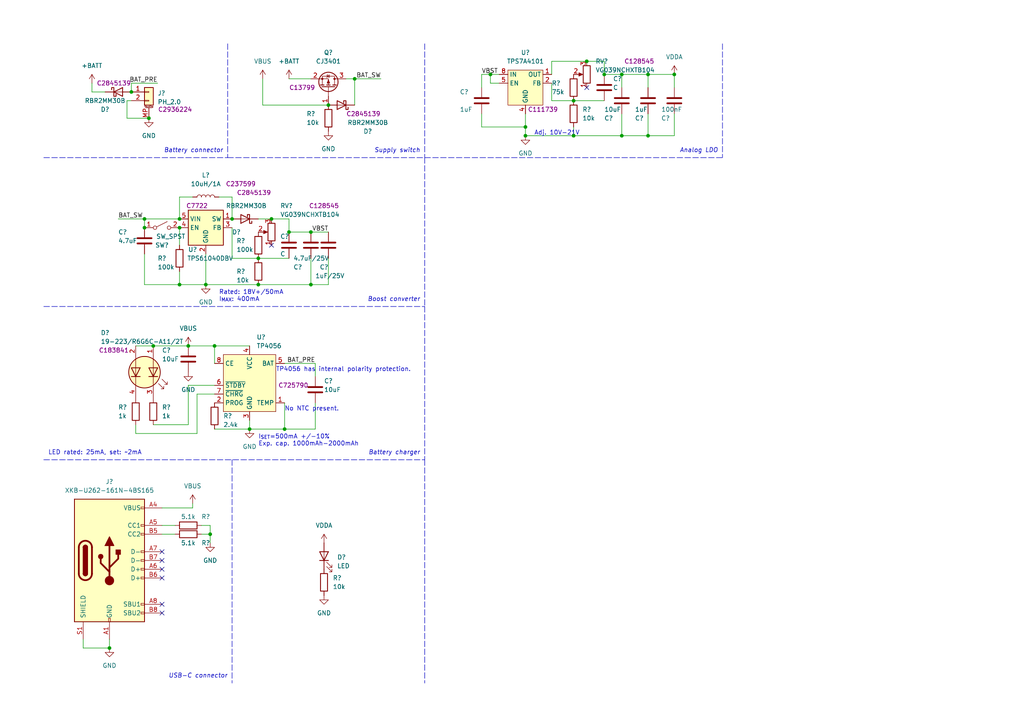
<source format=kicad_sch>
(kicad_sch (version 20211123) (generator eeschema)
  (paper "A4")
  (title_block (title "Power Supply") (rev "A0") (company "imi415"))
  (lib_symbols
    (symbol "Battery_Management_Local:TP4056"
      (property "Reference" "U" (at 0 0 0))
      (property "Value" "TP4056" (at 25.4 11.43 0))
      (symbol "TP4056_0_0"
        (pin input line (at 10.16 -5.08 180) (length 2.54) (name "TEMP") (number "1"))
        (pin input line (at -10.16 -5.08 0) (length 2.54) (name "PROG") (number "2"))
        (pin power_in line (at 0 -10.16 90) (length 2.54) (name "GND") (number "3"))
        (pin power_in line (at 0 11.43 270) (length 2.54) (name "VCC") (number "4"))
        (pin power_out line (at 10.16 6.35 180) (length 2.54) (name "BAT") (number "5"))
        (pin open_collector line (at -10.16 0 0) (length 2.54) (name "~{STDBY}") (number "6"))
        (pin open_collector line (at -10.16 -2.54 0) (length 2.54) (name "~{CHRG}") (number "7"))
        (pin input line (at -10.16 6.35 0) (length 2.54) (name "CE") (number "8"))
      )
      (symbol "TP4056_0_1"
        (rectangle (start -7.62 8.89) (end 7.62 -7.62) (fill (type background)))
      )
      (symbol "TP4056_1_1"
        (pin passive line (at 10.16 0 180) (length 2.54) hide (name "EP") (number "9"))
      )
    )
    (symbol "Connector:USB_C_Receptacle_USB2.0" (pin_names (offset 1.016))
      (property "Reference" "J" (at -10.16 19.05 0))
      (property "Value" "USB_C_Receptacle_USB2.0" (at 19.05 19.05 0))
      (symbol "USB_C_Receptacle_USB2.0_0_0"
        (rectangle (start -0.254 -17.78) (end 0.254 -16.764))
        (rectangle (start 10.16 -14.986) (end 9.144 -15.494))
        (rectangle (start 10.16 -12.446) (end 9.144 -12.954))
        (rectangle (start 10.16 -4.826) (end 9.144 -5.334))
        (rectangle (start 10.16 -2.286) (end 9.144 -2.794))
        (rectangle (start 10.16 0.254) (end 9.144 -0.254))
        (rectangle (start 10.16 2.794) (end 9.144 2.286))
        (rectangle (start 10.16 7.874) (end 9.144 7.366))
        (rectangle (start 10.16 10.414) (end 9.144 9.906))
        (rectangle (start 10.16 15.494) (end 9.144 14.986))
      )
      (symbol "USB_C_Receptacle_USB2.0_0_1"
        (rectangle (start -10.16 17.78) (end 10.16 -17.78) (stroke (width 0.254)) (fill (type background)))
        (arc (start -8.89 -3.81) (mid -6.985 -5.715) (end -5.08 -3.81) (stroke (width 0.508)))
        (arc (start -7.62 -3.81) (mid -6.985 -4.445) (end -6.35 -3.81) (stroke (width 0.254)))
        (arc (start -7.62 -3.81) (mid -6.985 -4.445) (end -6.35 -3.81) (stroke (width 0.254)) (fill (type outline)))
        (rectangle (start -7.62 -3.81) (end -6.35 3.81) (stroke (width 0.254)) (fill (type outline)))
        (arc (start -6.35 3.81) (mid -6.985 4.445) (end -7.62 3.81) (stroke (width 0.254)))
        (arc (start -6.35 3.81) (mid -6.985 4.445) (end -7.62 3.81) (stroke (width 0.254)) (fill (type outline)))
        (arc (start -5.08 3.81) (mid -6.985 5.715) (end -8.89 3.81) (stroke (width 0.508)))
        (circle (center -2.54 1.143) (radius 0.635) (stroke (width 0.254)) (fill (type outline)))
        (circle (center 0 -5.842) (radius 1.27) (fill (type outline)))
        (polyline (pts (xy -8.89 -3.81) (xy -8.89 3.81)) (stroke (width 0.508)))
        (polyline (pts (xy -5.08 3.81) (xy -5.08 -3.81)) (stroke (width 0.508)))
        (polyline (pts (xy 0 -5.842) (xy 0 4.318)) (stroke (width 0.508)))
        (polyline (pts (xy 0 -3.302) (xy -2.54 -0.762) (xy -2.54 0.508)) (stroke (width 0.508)))
        (polyline (pts (xy 0 -2.032) (xy 2.54 0.508) (xy 2.54 1.778)) (stroke (width 0.508)))
        (polyline (pts (xy -1.27 4.318) (xy 0 6.858) (xy 1.27 4.318) (xy -1.27 4.318)) (stroke (width 0.254)) (fill (type outline)))
        (rectangle (start 1.905 1.778) (end 3.175 3.048) (stroke (width 0.254)) (fill (type outline)))
      )
      (symbol "USB_C_Receptacle_USB2.0_1_1"
        (pin passive line (at 0 -22.86 90) (length 5.08) (name "GND") (number "A1"))
        (pin passive line (at 0 -22.86 90) (length 5.08) hide (name "GND") (number "A12"))
        (pin passive line (at 15.24 15.24 180) (length 5.08) (name "VBUS") (number "A4"))
        (pin bidirectional line (at 15.24 10.16 180) (length 5.08) (name "CC1") (number "A5"))
        (pin bidirectional line (at 15.24 -2.54 180) (length 5.08) (name "D+") (number "A6"))
        (pin bidirectional line (at 15.24 2.54 180) (length 5.08) (name "D-") (number "A7"))
        (pin bidirectional line (at 15.24 -12.7 180) (length 5.08) (name "SBU1") (number "A8"))
        (pin passive line (at 15.24 15.24 180) (length 5.08) hide (name "VBUS") (number "A9"))
        (pin passive line (at 0 -22.86 90) (length 5.08) hide (name "GND") (number "B1"))
        (pin passive line (at 0 -22.86 90) (length 5.08) hide (name "GND") (number "B12"))
        (pin passive line (at 15.24 15.24 180) (length 5.08) hide (name "VBUS") (number "B4"))
        (pin bidirectional line (at 15.24 7.62 180) (length 5.08) (name "CC2") (number "B5"))
        (pin bidirectional line (at 15.24 -5.08 180) (length 5.08) (name "D+") (number "B6"))
        (pin bidirectional line (at 15.24 0 180) (length 5.08) (name "D-") (number "B7"))
        (pin bidirectional line (at 15.24 -15.24 180) (length 5.08) (name "SBU2") (number "B8"))
        (pin passive line (at 15.24 15.24 180) (length 5.08) hide (name "VBUS") (number "B9"))
        (pin passive line (at -7.62 -22.86 90) (length 5.08) (name "SHIELD") (number "S1"))
      )
    )
    (symbol "Connector_Generic_MountingPin:Conn_01x02_MountingPin" (pin_names (offset 1.016) hide)
      (property "Reference" "J" (at 0 2.54 0))
      (property "Value" "Conn_01x02_MountingPin" (at 1.27 -5.08 0))
      (symbol "Conn_01x02_MountingPin_1_1"
        (rectangle (start -1.27 -2.413) (end 0 -2.667) (stroke (width 0.1524)))
        (rectangle (start -1.27 0.127) (end 0 -0.127) (stroke (width 0.1524)))
        (rectangle (start -1.27 1.27) (end 1.27 -3.81) (stroke (width 0.254)) (fill (type background)))
        (polyline (pts (xy -1.016 -4.572) (xy 1.016 -4.572)) (stroke (width 0.1524)))
        (text "Mounting" (at 0 -4.191 0) (effects (font (size 0.381 0.381))))
        (pin passive line (at -5.08 0 0) (length 3.81) (name "Pin_1") (number "1"))
        (pin passive line (at -5.08 -2.54 0) (length 3.81) (name "Pin_2") (number "2"))
        (pin passive line (at 0 -7.62 90) (length 3.048) (name "MountPin") (number "MP"))
      )
    )
    (symbol "Device:C" (pin_numbers hide) (pin_names (offset 0.254))
      (property "Reference" "C" (at 0.635 2.54 0))
      (property "Value" "C" (at 0.635 -2.54 0))
      (symbol "C_0_1"
        (polyline (pts (xy -2.032 -0.762) (xy 2.032 -0.762)) (stroke (width 0.508)))
        (polyline (pts (xy -2.032 0.762) (xy 2.032 0.762)) (stroke (width 0.508)))
      )
      (symbol "C_1_1"
        (pin passive line (at 0 3.81 270) (length 2.794) (name "~") (number "1"))
        (pin passive line (at 0 -3.81 90) (length 2.794) (name "~") (number "2"))
      )
    )
    (symbol "Device:D_Schottky" (pin_numbers hide) (pin_names (offset 1.016) hide)
      (property "Reference" "D" (at 0 2.54 0))
      (property "Value" "D_Schottky" (at 0 -2.54 0))
      (symbol "D_Schottky_0_1"
        (polyline (pts (xy 1.27 0) (xy -1.27 0)))
        (polyline (pts (xy 1.27 1.27) (xy 1.27 -1.27) (xy -1.27 0) (xy 1.27 1.27)) (stroke (width 0.254)))
        (polyline (pts (xy -1.905 0.635) (xy -1.905 1.27) (xy -1.27 1.27) (xy -1.27 -1.27) (xy -0.635 -1.27) (xy -0.635 -0.635)) (stroke (width 0.254)))
      )
      (symbol "D_Schottky_1_1"
        (pin passive line (at -3.81 0 0) (length 2.54) (name "K") (number "1"))
        (pin passive line (at 3.81 0 180) (length 2.54) (name "A") (number "2"))
      )
    )
    (symbol "Device:L" (pin_numbers hide) (pin_names (offset 1.016) hide)
      (property "Reference" "L" (at -1.27 0 90))
      (property "Value" "L" (at 1.905 0 90))
      (symbol "L_0_1"
        (arc (start 0 -2.54) (mid 0.635 -1.905) (end 0 -1.27))
        (arc (start 0 -1.27) (mid 0.635 -0.635) (end 0 0))
        (arc (start 0 0) (mid 0.635 0.635) (end 0 1.27))
        (arc (start 0 1.27) (mid 0.635 1.905) (end 0 2.54))
      )
      (symbol "L_1_1"
        (pin passive line (at 0 3.81 270) (length 1.27) (name "1") (number "1"))
        (pin passive line (at 0 -3.81 90) (length 1.27) (name "2") (number "2"))
      )
    )
    (symbol "Device:LED" (pin_numbers hide) (pin_names (offset 1.016) hide)
      (property "Reference" "D" (at 0 2.54 0))
      (property "Value" "LED" (at 0 -2.54 0))
      (symbol "LED_0_1"
        (polyline (pts (xy -1.27 -1.27) (xy -1.27 1.27)) (stroke (width 0.254)))
        (polyline (pts (xy -1.27 0) (xy 1.27 0)))
        (polyline (pts (xy 1.27 -1.27) (xy 1.27 1.27) (xy -1.27 0) (xy 1.27 -1.27)) (stroke (width 0.254)))
        (polyline (pts (xy -3.048 -0.762) (xy -4.572 -2.286) (xy -3.81 -2.286) (xy -4.572 -2.286) (xy -4.572 -1.524)))
        (polyline (pts (xy -1.778 -0.762) (xy -3.302 -2.286) (xy -2.54 -2.286) (xy -3.302 -2.286) (xy -3.302 -1.524)))
      )
      (symbol "LED_1_1"
        (pin passive line (at -3.81 0 0) (length 2.54) (name "K") (number "1"))
        (pin passive line (at 3.81 0 180) (length 2.54) (name "A") (number "2"))
      )
    )
    (symbol "Device:LED_Dual_AAKK" (pin_names (offset 0) hide)
      (property "Reference" "D" (at 0 5.715 0))
      (property "Value" "LED_Dual_AAKK" (at 0 -6.35 0))
      (symbol "LED_Dual_AAKK_0_1"
        (polyline (pts (xy -5.08 -2.54) (xy 2.032 -2.54)))
        (polyline (pts (xy -5.08 2.54) (xy 2.032 2.54)))
        (polyline (pts (xy 1.27 -1.27) (xy 1.27 -3.81)) (stroke (width 0.254)))
        (polyline (pts (xy 1.27 3.81) (xy 1.27 1.27)) (stroke (width 0.254)))
        (polyline (pts (xy 3.81 -2.54) (xy 1.905 -2.54)))
        (polyline (pts (xy 3.81 2.54) (xy 1.905 2.54)))
        (polyline (pts (xy -1.27 -1.27) (xy -1.27 -3.81) (xy 1.27 -2.54) (xy -1.27 -1.27)) (stroke (width 0.254)))
        (polyline (pts (xy -1.27 3.81) (xy -1.27 1.27) (xy 1.27 2.54) (xy -1.27 3.81)) (stroke (width 0.254)))
        (polyline (pts (xy 2.032 5.08) (xy 3.556 6.604) (xy 2.794 6.604) (xy 3.556 6.604) (xy 3.556 5.842)))
        (polyline (pts (xy 3.302 4.064) (xy 4.826 5.588) (xy 4.064 5.588) (xy 4.826 5.588) (xy 4.826 4.826)))
        (circle (center 0 0) (radius 4.572) (stroke (width 0.254)) (fill (type background)))
      )
      (symbol "LED_Dual_AAKK_1_1"
        (pin input line (at -7.62 2.54 0) (length 3.048) (name "A1") (number "1"))
        (pin input line (at -7.62 -2.54 0) (length 3.048) (name "A2") (number "2"))
        (pin input line (at 7.62 2.54 180) (length 3.81) (name "K1") (number "3"))
        (pin input line (at 7.62 -2.54 180) (length 3.81) (name "K2") (number "4"))
      )
    )
    (symbol "Device:Q_PMOS_GSD" (pin_names (offset 0) hide)
      (property "Reference" "Q" (at 5.08 1.27 0))
      (property "Value" "Q_PMOS_GSD" (at 5.08 -1.27 0))
      (symbol "Q_PMOS_GSD_0_1"
        (polyline (pts (xy 0.254 0) (xy -2.54 0)))
        (polyline (pts (xy 0.254 1.905) (xy 0.254 -1.905)) (stroke (width 0.254)))
        (polyline (pts (xy 0.762 -1.27) (xy 0.762 -2.286)) (stroke (width 0.254)))
        (polyline (pts (xy 0.762 0.508) (xy 0.762 -0.508)) (stroke (width 0.254)))
        (polyline (pts (xy 0.762 2.286) (xy 0.762 1.27)) (stroke (width 0.254)))
        (polyline (pts (xy 2.54 2.54) (xy 2.54 1.778)))
        (polyline (pts (xy 2.54 -2.54) (xy 2.54 0) (xy 0.762 0)))
        (polyline (pts (xy 0.762 1.778) (xy 3.302 1.778) (xy 3.302 -1.778) (xy 0.762 -1.778)))
        (polyline (pts (xy 2.286 0) (xy 1.27 0.381) (xy 1.27 -0.381) (xy 2.286 0)) (fill (type outline)))
        (polyline (pts (xy 2.794 -0.508) (xy 2.921 -0.381) (xy 3.683 -0.381) (xy 3.81 -0.254)))
        (polyline (pts (xy 3.302 -0.381) (xy 2.921 0.254) (xy 3.683 0.254) (xy 3.302 -0.381)))
        (circle (center 1.651 0) (radius 2.794) (stroke (width 0.254)))
        (circle (center 2.54 -1.778) (radius 0.254) (fill (type outline)))
        (circle (center 2.54 1.778) (radius 0.254) (fill (type outline)))
      )
      (symbol "Q_PMOS_GSD_1_1"
        (pin input line (at -5.08 0 0) (length 2.54) (name "G") (number "1"))
        (pin passive line (at 2.54 -5.08 90) (length 2.54) (name "S") (number "2"))
        (pin passive line (at 2.54 5.08 270) (length 2.54) (name "D") (number "3"))
      )
    )
    (symbol "Device:R" (pin_numbers hide) (pin_names (offset 0))
      (property "Reference" "R" (at 2.032 0 90))
      (property "Value" "R" (at 0 0 90))
      (symbol "R_0_1"
        (rectangle (start -1.016 -2.54) (end 1.016 2.54) (stroke (width 0.254)))
      )
      (symbol "R_1_1"
        (pin passive line (at 0 3.81 270) (length 1.27) (name "~") (number "1"))
        (pin passive line (at 0 -3.81 90) (length 1.27) (name "~") (number "2"))
      )
    )
    (symbol "Device:R_Potentiometer" (pin_names (offset 1.016) hide)
      (property "Reference" "RV" (at -4.445 0 90))
      (property "Value" "R_Potentiometer" (at -2.54 0 90))
      (symbol "R_Potentiometer_0_1"
        (polyline (pts (xy 2.54 0) (xy 1.524 0)))
        (polyline (pts (xy 1.143 0) (xy 2.286 0.508) (xy 2.286 -0.508) (xy 1.143 0)) (fill (type outline)))
        (rectangle (start 1.016 2.54) (end -1.016 -2.54) (stroke (width 0.254)))
      )
      (symbol "R_Potentiometer_1_1"
        (pin passive line (at 0 3.81 270) (length 1.27) (name "1") (number "1"))
        (pin passive line (at 3.81 0 180) (length 1.27) (name "2") (number "2"))
        (pin passive line (at 0 -3.81 90) (length 1.27) (name "3") (number "3"))
      )
    )
    (symbol "Regulator_Local:TPS7A4101"
      (property "Reference" "U" (at 0 0 0))
      (property "Value" "TPS7A4101" (at 0 6.35 0))
      (symbol "TPS7A4101_0_0"
        (pin power_out line (at 7.62 3.81 180) (length 2.54) (name "OUT") (number "1"))
        (pin input line (at 7.62 1.27 180) (length 2.54) (name "FB") (number "2"))
        (pin no_connect line (at 7.62 -2.54 180) (length 2.54) hide (name "NC") (number "3"))
        (pin power_in line (at 0 -7.62 90) (length 2.54) (name "GND") (number "4"))
        (pin input line (at -7.62 1.27 0) (length 2.54) (name "EN") (number "5"))
        (pin no_connect line (at 7.62 -2.54 180) (length 2.54) hide (name "NC") (number "6"))
        (pin no_connect line (at 7.62 -2.54 180) (length 2.54) hide (name "NC") (number "7"))
        (pin power_in line (at -7.62 3.81 0) (length 2.54) (name "IN") (number "8"))
      )
      (symbol "TPS7A4101_0_1"
        (rectangle (start -5.08 5.08) (end 5.08 -5.08) (stroke (width 0.1524)) (fill (type background)))
      )
    )
    (symbol "Regulator_Switching:TPS61040DBV"
      (property "Reference" "U" (at -5.08 6.35 0))
      (property "Value" "TPS61040DBV" (at 0 6.35 0))
      (symbol "TPS61040DBV_0_1"
        (rectangle (start -5.08 5.08) (end 5.08 -5.08) (stroke (width 0.254)) (fill (type background)))
      )
      (symbol "TPS61040DBV_1_1"
        (pin power_out line (at 7.62 2.54 180) (length 2.54) (name "SW") (number "1"))
        (pin power_in line (at 0 -7.62 90) (length 2.54) (name "GND") (number "2"))
        (pin input line (at 7.62 0 180) (length 2.54) (name "FB") (number "3"))
        (pin input line (at -7.62 0 0) (length 2.54) (name "EN") (number "4"))
        (pin power_in line (at -7.62 2.54 0) (length 2.54) (name "VIN") (number "5"))
      )
    )
    (symbol "Switch:SW_SPST" (pin_names (offset 0) hide)
      (property "Reference" "SW" (at 0 3.175 0))
      (property "Value" "SW_SPST" (at 0 -2.54 0))
      (symbol "SW_SPST_0_0"
        (circle (center -2.032 0) (radius 0.508))
        (polyline (pts (xy -1.524 0.254) (xy 1.524 1.778)))
        (circle (center 2.032 0) (radius 0.508))
      )
      (symbol "SW_SPST_1_1"
        (pin passive line (at -5.08 0 0) (length 2.54) (name "A") (number "1"))
        (pin passive line (at 5.08 0 180) (length 2.54) (name "B") (number "2"))
      )
    )
    (symbol "power:+BATT" (power) (pin_names (offset 0))
      (property "Value" "+BATT" (at 0 3.556 0))
      (symbol "+BATT_0_1"
        (polyline (pts (xy -0.762 1.27) (xy 0 2.54)))
        (polyline (pts (xy 0 0) (xy 0 2.54)))
        (polyline (pts (xy 0 2.54) (xy 0.762 1.27)))
      )
      (symbol "+BATT_1_1"
        (pin power_in line (at 0 0 90) (length 0) hide (name "+BATT") (number "1"))
      )
    )
    (symbol "power:GND" (power) (pin_names (offset 0))
      (property "Value" "GND" (at 0 -3.81 0))
      (symbol "GND_0_1"
        (polyline (pts (xy 0 0) (xy 0 -1.27) (xy 1.27 -1.27) (xy 0 -2.54) (xy -1.27 -1.27) (xy 0 -1.27)))
      )
      (symbol "GND_1_1"
        (pin power_in line (at 0 0 270) (length 0) hide (name "GND") (number "1"))
      )
    )
    (symbol "power:VBUS" (power) (pin_names (offset 0))
      (property "Value" "VBUS" (at 0 3.81 0))
      (symbol "VBUS_0_1"
        (polyline (pts (xy -0.762 1.27) (xy 0 2.54)))
        (polyline (pts (xy 0 0) (xy 0 2.54)))
        (polyline (pts (xy 0 2.54) (xy 0.762 1.27)))
      )
      (symbol "VBUS_1_1"
        (pin power_in line (at 0 0 90) (length 0) hide (name "VBUS") (number "1"))
      )
    )
    (symbol "power:VDDA" (power) (pin_names (offset 0))
      (property "Value" "VDDA" (at 0 3.81 0))
      (symbol "VDDA_0_1"
        (polyline (pts (xy -0.762 1.27) (xy 0 2.54)))
        (polyline (pts (xy 0 0) (xy 0 2.54)))
        (polyline (pts (xy 0 2.54) (xy 0.762 1.27)))
      )
      (symbol "VDDA_1_1"
        (pin power_in line (at 0 0 90) (length 0) hide (name "VDDA") (number "1"))
      )
    )
  )
  (junction (at 180.34 21.59))
  (junction (at 52.07 82.55))
  (junction (at 60.96 154.94))
  (junction (at 83.82 67.31))
  (junction (at 170.18 17.78))
  (junction (at 74.93 74.93))
  (junction (at 90.17 67.31))
  (junction (at 95.25 30.48))
  (junction (at 152.4 36.83))
  (junction (at 195.58 21.59))
  (junction (at 102.87 22.86))
  (junction (at 41.91 66.04))
  (junction (at 67.31 63.5))
  (junction (at 74.93 82.55))
  (junction (at 152.4 39.37))
  (junction (at 187.96 39.37))
  (junction (at 90.17 82.55))
  (junction (at 54.61 100.33))
  (junction (at 52.07 66.04))
  (junction (at 59.69 82.55))
  (junction (at 43.18 34.29))
  (junction (at 52.07 63.5))
  (junction (at 72.39 124.46))
  (junction (at 175.26 21.59))
  (junction (at 142.24 21.59))
  (junction (at 166.37 29.21))
  (junction (at 44.45 100.33))
  (junction (at 62.23 100.33))
  (junction (at 166.37 39.37))
  (junction (at 38.1 26.67))
  (junction (at 78.74 63.5))
  (junction (at 41.91 63.5))
  (junction (at 82.55 124.46))
  (junction (at 31.75 187.96))
  (junction (at 180.34 39.37))
  (junction (at 187.96 21.59))
  (no_connect (at 46.99 162.56))
  (no_connect (at 170.18 25.4))
  (no_connect (at 46.99 165.1))
  (no_connect (at 46.99 160.02))
  (no_connect (at 46.99 177.8))
  (no_connect (at 46.99 167.64))
  (no_connect (at 78.74 71.12))
  (no_connect (at 46.99 175.26))
  (wire (pts (xy 180.34 33.02) (xy 180.34 39.37)))
  (wire (pts (xy 38.1 26.67) (xy 38.1 24.13)))
  (wire (pts (xy 187.96 21.59) (xy 187.96 25.4)))
  (wire (pts (xy 38.1 24.13) (xy 45.72 24.13)))
  (wire (pts (xy 67.31 66.04) (xy 67.31 74.93)))
  (wire (pts (xy 170.18 17.78) (xy 160.02 17.78)))
  (polyline (pts (xy 123.19 133.35) (xy 123.19 198.12)))
  (wire (pts (xy 160.02 24.13) (xy 160.02 29.21)))
  (wire (pts (xy 41.91 63.5) (xy 52.07 63.5)))
  (wire (pts (xy 46.99 152.4) (xy 50.8 152.4)))
  (wire (pts (xy 36.83 34.29) (xy 43.18 34.29)))
  (wire (pts (xy 90.17 74.93) (xy 90.17 82.55)))
  (polyline (pts (xy 66.04 12.7) (xy 66.04 45.72)))
  (polyline (pts (xy 12.7 133.35) (xy 123.19 133.35)))
  (polyline (pts (xy 67.31 133.35) (xy 67.31 198.12)))
  (wire (pts (xy 26.67 26.67) (xy 30.48 26.67)))
  (wire (pts (xy 166.37 39.37) (xy 180.34 39.37)))
  (wire (pts (xy 160.02 17.78) (xy 160.02 21.59)))
  (wire (pts (xy 102.87 22.86) (xy 102.87 30.48)))
  (polyline (pts (xy 123.19 45.72) (xy 123.19 88.9)))
  (wire (pts (xy 76.2 30.48) (xy 95.25 30.48)))
  (wire (pts (xy 58.42 152.4) (xy 60.96 152.4)))
  (wire (pts (xy 36.83 29.21) (xy 36.83 34.29)))
  (wire (pts (xy 59.69 73.66) (xy 59.69 82.55)))
  (wire (pts (xy 24.13 185.42) (xy 24.13 187.96)))
  (wire (pts (xy 67.31 74.93) (xy 74.93 74.93)))
  (wire (pts (xy 160.02 29.21) (xy 166.37 29.21)))
  (wire (pts (xy 62.23 100.33) (xy 72.39 100.33)))
  (wire (pts (xy 62.23 105.41) (xy 62.23 100.33)))
  (wire (pts (xy 74.93 82.55) (xy 59.69 82.55)))
  (wire (pts (xy 139.7 36.83) (xy 152.4 36.83)))
  (wire (pts (xy 142.24 24.13) (xy 142.24 21.59)))
  (polyline (pts (xy 12.7 45.72) (xy 66.04 45.72)))
  (wire (pts (xy 83.82 67.31) (xy 90.17 67.31)))
  (wire (pts (xy 175.26 17.78) (xy 175.26 21.59)))
  (wire (pts (xy 195.58 21.59) (xy 195.58 25.4)))
  (wire (pts (xy 95.25 74.93) (xy 95.25 82.55)))
  (wire (pts (xy 24.13 187.96) (xy 31.75 187.96)))
  (wire (pts (xy 139.7 21.59) (xy 142.24 21.59)))
  (wire (pts (xy 60.96 154.94) (xy 58.42 154.94)))
  (wire (pts (xy 55.88 147.32) (xy 55.88 146.05)))
  (wire (pts (xy 54.61 123.19) (xy 44.45 123.19)))
  (wire (pts (xy 180.34 21.59) (xy 180.34 25.4)))
  (wire (pts (xy 52.07 57.15) (xy 52.07 63.5)))
  (wire (pts (xy 26.67 24.13) (xy 26.67 26.67)))
  (wire (pts (xy 72.39 121.92) (xy 72.39 124.46)))
  (wire (pts (xy 41.91 82.55) (xy 52.07 82.55)))
  (wire (pts (xy 175.26 21.59) (xy 180.34 21.59)))
  (wire (pts (xy 78.74 63.5) (xy 83.82 63.5)))
  (wire (pts (xy 144.78 24.13) (xy 142.24 24.13)))
  (wire (pts (xy 67.31 57.15) (xy 67.31 63.5)))
  (polyline (pts (xy 66.04 45.72) (xy 123.19 45.72)))
  (wire (pts (xy 187.96 33.02) (xy 187.96 39.37)))
  (wire (pts (xy 102.87 22.86) (xy 110.49 22.86)))
  (wire (pts (xy 62.23 114.3) (xy 57.15 114.3)))
  (polyline (pts (xy 12.7 88.9) (xy 123.19 88.9)))
  (wire (pts (xy 90.17 82.55) (xy 95.25 82.55)))
  (wire (pts (xy 152.4 39.37) (xy 166.37 39.37)))
  (wire (pts (xy 166.37 29.21) (xy 175.26 29.21)))
  (wire (pts (xy 46.99 147.32) (xy 55.88 147.32)))
  (wire (pts (xy 39.37 125.73) (xy 39.37 123.19)))
  (wire (pts (xy 91.44 116.84) (xy 91.44 124.46)))
  (polyline (pts (xy 123.19 45.72) (xy 209.55 45.72)))
  (polyline (pts (xy 123.19 12.7) (xy 123.19 45.72)))
  (wire (pts (xy 142.24 21.59) (xy 144.78 21.59)))
  (wire (pts (xy 57.15 125.73) (xy 39.37 125.73)))
  (wire (pts (xy 44.45 100.33) (xy 54.61 100.33)))
  (wire (pts (xy 34.29 63.5) (xy 41.91 63.5)))
  (wire (pts (xy 76.2 22.86) (xy 76.2 30.48)))
  (wire (pts (xy 41.91 63.5) (xy 41.91 66.04)))
  (wire (pts (xy 91.44 105.41) (xy 91.44 109.22)))
  (wire (pts (xy 52.07 66.04) (xy 52.07 71.12)))
  (polyline (pts (xy 209.55 12.7) (xy 209.55 45.72)))
  (wire (pts (xy 52.07 82.55) (xy 59.69 82.55)))
  (wire (pts (xy 82.55 124.46) (xy 72.39 124.46)))
  (wire (pts (xy 54.61 100.33) (xy 62.23 100.33)))
  (wire (pts (xy 62.23 124.46) (xy 72.39 124.46)))
  (wire (pts (xy 152.4 33.02) (xy 152.4 36.83)))
  (wire (pts (xy 83.82 22.86) (xy 90.17 22.86)))
  (wire (pts (xy 187.96 39.37) (xy 195.58 39.37)))
  (wire (pts (xy 180.34 39.37) (xy 187.96 39.37)))
  (wire (pts (xy 60.96 154.94) (xy 60.96 157.48)))
  (wire (pts (xy 91.44 124.46) (xy 82.55 124.46)))
  (wire (pts (xy 90.17 67.31) (xy 95.25 67.31)))
  (wire (pts (xy 74.93 74.93) (xy 83.82 74.93)))
  (wire (pts (xy 82.55 105.41) (xy 91.44 105.41)))
  (wire (pts (xy 180.34 21.59) (xy 187.96 21.59)))
  (wire (pts (xy 31.75 187.96) (xy 31.75 185.42)))
  (wire (pts (xy 74.93 63.5) (xy 78.74 63.5)))
  (wire (pts (xy 74.93 82.55) (xy 90.17 82.55)))
  (wire (pts (xy 152.4 36.83) (xy 152.4 39.37)))
  (wire (pts (xy 41.91 73.66) (xy 41.91 82.55)))
  (polyline (pts (xy 123.19 88.9) (xy 123.19 133.35)))
  (wire (pts (xy 60.96 152.4) (xy 60.96 154.94)))
  (wire (pts (xy 83.82 63.5) (xy 83.82 67.31)))
  (wire (pts (xy 187.96 21.59) (xy 195.58 21.59)))
  (wire (pts (xy 195.58 33.02) (xy 195.58 39.37)))
  (wire (pts (xy 46.99 154.94) (xy 50.8 154.94)))
  (wire (pts (xy 139.7 21.59) (xy 139.7 25.4)))
  (wire (pts (xy 100.33 22.86) (xy 102.87 22.86)))
  (wire (pts (xy 82.55 116.84) (xy 82.55 124.46)))
  (wire (pts (xy 139.7 33.02) (xy 139.7 36.83)))
  (wire (pts (xy 54.61 111.76) (xy 54.61 123.19)))
  (wire (pts (xy 166.37 39.37) (xy 166.37 36.83)))
  (wire (pts (xy 52.07 78.74) (xy 52.07 82.55)))
  (wire (pts (xy 170.18 17.78) (xy 175.26 17.78)))
  (wire (pts (xy 63.5 57.15) (xy 67.31 57.15)))
  (wire (pts (xy 39.37 100.33) (xy 44.45 100.33)))
  (wire (pts (xy 55.88 57.15) (xy 52.07 57.15)))
  (wire (pts (xy 38.1 29.21) (xy 36.83 29.21)))
  (wire (pts (xy 54.61 111.76) (xy 62.23 111.76)))
  (wire (pts (xy 57.15 114.3) (xy 57.15 125.73)))
  (text "Analog LDO" (at 208.28 44.45 180) (effects (font (size 1.27 1.27) italic) (justify right bottom)))
  (text "Supply switch" (at 121.92 44.45 180) (effects (font (size 1.27 1.27) italic) (justify right bottom)))
  (text "Rated: 18V+/50mA\nI_{MAX}: 400mA" (at 63.5 87.63 0) (effects (font (size 1.27 1.27)) (justify left bottom)))
  (text "Boost converter" (at 121.92 87.63 180) (effects (font (size 1.27 1.27) italic) (justify right bottom)))
  (text "Adj. 10V-21V" (at 154.94 39.37 0) (effects (font (size 1.27 1.27)) (justify left bottom)))
  (text "Battery connector" (at 64.77 44.45 180) (effects (font (size 1.27 1.27) italic) (justify right bottom)))
  (text "I_{SET}=500mA +/-10%\nExp. cap. 1000mAh-2000mAh" (at 74.93 129.54 0) (effects (font (size 1.27 1.27)) (justify left bottom)))
  (text "No NTC present." (at 82.55 119.38 0) (effects (font (size 1.27 1.27)) (justify left bottom)))
  (text "LED rated: 25mA, set: ~2mA" (at 13.97 132.08 0) (effects (font (size 1.27 1.27)) (justify left bottom)))
  (text "Battery charger" (at 121.92 132.08 180) (effects (font (size 1.27 1.27) italic) (justify right bottom)))
  (text "USB-C connector" (at 66.04 196.85 180) (effects (font (size 1.27 1.27) italic) (justify right bottom)))
  (text "TP4056 has internal polarity protection." (at 80.01 107.95 0) (effects (font (size 1.27 1.27)) (justify left bottom)))
  (label "BAT_SW" (at 110.49 22.86 180))
  (label "BAT_PRE" (at 45.72 24.13 180))
  (label "VBST" (at 139.7 21.59 0))
  (label "BAT_SW" (at 34.29 63.5 0))
  (label "BAT_PRE" (at 91.44 105.41 180))
  (label "VBST" (at 95.25 67.31 180))
  (symbol (lib_id "Device:R") (at 95.25 34.29 0) (unit 1)
    (property "Reference" "R?" (at 88.9 33.02 0) (effects (justify left)))
    (property "Value" "10k" (at 88.9 35.56 0) (effects (justify left)))
    (property "Footprint" "Resistor_SMD:R_0603_1608Metric" (effects hide))
  )
  (symbol (lib_id "Device:R") (at 166.37 25.4 0) (unit 1)
    (property "Reference" "R?" (at 160.02 24.13 0) (effects (justify left)))
    (property "Value" "75k" (at 160.02 26.67 0) (effects (justify left)))
    (property "Footprint" "Resistor_SMD:R_0603_1608Metric" (effects hide))
  )
  (symbol (lib_id "Device:C") (at 175.26 25.4 0) (unit 1)
    (property "Reference" "C?" (at 177.8 22.86 0) (effects (justify left)))
    (property "Value" "C" (at 177.8 25.4 0) (effects (justify left)))
  )
  (symbol (lib_id "Device:L") (at 59.69 57.15 90) (unit 1)
    (property "Reference" "L?" (at 59.69 50.8 90))
    (property "Value" "10uH/1A" (at 59.69 53.34 90))
    (property "Footprint" "Inductor_SMD:L_1008_2520Metric" (effects hide))
    (property "MPN" "C237599" (at 69.85 53.34 90))
  )
  (symbol (lib_id "Device:LED_Dual_AAKK") (at 41.91 107.95 270) (unit 1)
    (property "Reference" "D?" (at 29.21 96.52 90) (effects (justify left)))
    (property "Value" "19-223/R6G6C-A11/2T" (at 29.21 99.06 90) (effects (justify left)))
    (property "MPN" "C183841" (at 33.02 101.6 90))
  )
  (symbol (lib_id "power:GND") (at 59.69 82.55 0) (unit 1)
    (property "Reference" "#PWR?" (effects hide))
    (property "Value" "GND" (at 59.69 87.63 0))
  )
  (symbol (lib_id "Device:C") (at 54.61 104.14 0) (mirror y) (unit 1)
    (property "Reference" "C?" (at 46.99 101.6 0) (effects (justify right)))
    (property "Value" "10uF" (at 46.99 104.14 0) (effects (justify right)))
  )
  (symbol (lib_id "power:GND") (at 43.18 34.29 0) (unit 1)
    (property "Reference" "#PWR?" (effects hide))
    (property "Value" "GND" (at 43.18 39.37 0))
  )
  (symbol (lib_id "Device:R") (at 44.45 119.38 0) (unit 1)
    (property "Reference" "R?" (at 46.99 118.11 0) (effects (justify left)))
    (property "Value" "1k" (at 46.99 120.65 0) (effects (justify left)))
    (property "Footprint" "Resistor_SMD:R_0603_1608Metric" (effects hide))
  )
  (symbol (lib_id "Device:R") (at 62.23 120.65 0) (unit 1)
    (property "Reference" "R?" (at 64.77 120.65 0) (effects (justify left)))
    (property "Value" "2.4k" (at 64.77 123.19 0) (effects (justify left)))
    (property "Footprint" "Resistor_SMD:R_0603_1608Metric" (effects hide))
  )
  (symbol (lib_id "Device:C") (at 83.82 71.12 0) (unit 1)
    (property "Reference" "C?" (at 81.28 68.58 0) (effects (justify left)))
    (property "Value" "C" (at 81.28 73.66 0) (effects (justify left)))
  )
  (symbol (lib_id "Switch:SW_SPST") (at 46.99 66.04 0) (unit 1)
    (property "Reference" "SW?" (at 46.99 71.12 0))
    (property "Value" "SW_SPST" (at 49.53 68.58 0))
  )
  (symbol (lib_id "power:GND") (at 152.4 39.37 0) (unit 1)
    (property "Reference" "#PWR?" (effects hide))
    (property "Value" "GND" (at 152.4 44.45 0))
  )
  (symbol (lib_id "power:+BATT") (at 83.82 22.86 0) (mirror y) (unit 1)
    (property "Reference" "#PWR?" (effects hide))
    (property "Value" "+BATT" (at 83.82 17.78 0))
  )
  (symbol (lib_id "Device:R") (at 52.07 74.93 0) (unit 1)
    (property "Reference" "R?" (at 45.72 74.93 0) (effects (justify left)))
    (property "Value" "100k" (at 45.72 77.47 0) (effects (justify left)))
    (property "Footprint" "Resistor_SMD:R_0603_1608Metric" (effects hide))
  )
  (symbol (lib_id "Device:D_Schottky") (at 34.29 26.67 0) (unit 1)
    (property "Reference" "D?" (at 30.48 31.75 0))
    (property "Value" "RBR2MM30B" (at 30.48 29.21 0))
    (property "Footprint" "Diode_SMD:D_SOD-123" (effects hide))
    (property "MPN" "C2845139" (at 33.02 24.13 0))
  )
  (symbol (lib_id "power:GND") (at 31.75 187.96 0) (unit 1)
    (property "Reference" "#PWR?" (effects hide))
    (property "Value" "GND" (at 31.75 193.04 0))
  )
  (symbol (lib_id "Device:C") (at 180.34 29.21 0) (mirror y) (unit 1)
    (property "Reference" "C?" (at 175.26 34.29 0) (effects (justify right)))
    (property "Value" "10uF" (at 175.26 31.75 0) (effects (justify right)))
    (property "Footprint" "Capacitor_SMD:C_0805_2012Metric" (effects hide))
  )
  (symbol (lib_id "Device:Q_PMOS_GSD") (at 95.25 25.4 270) (mirror x) (unit 1)
    (property "Reference" "Q?" (at 95.25 15.24 90))
    (property "Value" "CJ3401" (at 95.25 17.78 90))
    (property "Footprint" "Package_TO_SOT_SMD:TSOT-23" (effects hide))
    (property "MPN" "C13799" (at 87.63 25.4 90))
  )
  (symbol (lib_id "Device:C") (at 41.91 69.85 0) (mirror y) (unit 1)
    (property "Reference" "C?" (at 34.29 67.31 0) (effects (justify right)))
    (property "Value" "4.7uF" (at 34.29 69.85 0) (effects (justify right)))
    (property "Footprint" "Capacitor_SMD:C_0805_2012Metric" (effects hide))
  )
  (symbol (lib_id "Device:C") (at 91.44 113.03 0) (mirror y) (unit 1)
    (property "Reference" "C?" (at 93.98 110.49 0) (effects (justify right)))
    (property "Value" "10uF" (at 93.98 113.03 0) (effects (justify right)))
    (property "Footprint" "Capacitor_SMD:C_0805_2012Metric" (effects hide))
  )
  (symbol (lib_id "power:VBUS") (at 55.88 146.05 0) (mirror y) (unit 1)
    (property "Reference" "#PWR?" (effects hide))
    (property "Value" "VBUS" (at 55.88 140.97 0))
  )
  (symbol (lib_id "Device:C") (at 195.58 29.21 0) (mirror y) (unit 1)
    (property "Reference" "C?" (at 191.77 34.29 0) (effects (justify right)))
    (property "Value" "100nF" (at 191.77 31.75 0) (effects (justify right)))
    (property "Footprint" "Capacitor_SMD:C_0603_1608Metric" (effects hide))
  )
  (symbol (lib_id "Device:R") (at 166.37 33.02 0) (unit 1)
    (property "Reference" "R?" (at 168.91 31.7499 0) (effects (justify left)))
    (property "Value" "10k" (at 168.91 34.2899 0) (effects (justify left)))
    (property "Footprint" "Resistor_SMD:R_0603_1608Metric" (effects hide))
  )
  (symbol (lib_id "power:GND") (at 72.39 124.46 0) (unit 1)
    (property "Reference" "#PWR?" (effects hide))
    (property "Value" "GND" (at 72.39 129.54 0))
  )
  (symbol (lib_id "Device:R") (at 54.61 154.94 90) (unit 1)
    (property "Reference" "R?" (at 59.69 157.48 90))
    (property "Value" "5.1k" (at 54.61 157.48 90))
    (property "Footprint" "Resistor_SMD:R_0603_1608Metric" (effects hide))
  )
  (symbol (lib_id "Device:R") (at 74.93 78.74 0) (unit 1)
    (property "Reference" "R?" (at 68.58 78.74 0) (effects (justify left)))
    (property "Value" "10k" (at 68.58 81.28 0) (effects (justify left)))
    (property "Footprint" "Resistor_SMD:R_0603_1608Metric" (effects hide))
  )
  (symbol (lib_id "Device:C") (at 90.17 71.12 0) (unit 1)
    (property "Reference" "C?" (at 85.09 77.47 0) (effects (justify left)))
    (property "Value" "4.7uF/25V" (at 85.09 74.93 0) (effects (justify left)))
    (property "Footprint" "Capacitor_SMD:C_0805_2012Metric" (effects hide))
  )
  (symbol (lib_id "Device:C") (at 187.96 29.21 0) (mirror y) (unit 1)
    (property "Reference" "C?" (at 184.15 34.29 0) (effects (justify right)))
    (property "Value" "1uF" (at 184.15 31.75 0) (effects (justify right)))
    (property "Footprint" "Capacitor_SMD:C_0603_1608Metric" (effects hide))
  )
  (symbol (lib_id "Device:R") (at 93.98 168.91 0) (unit 1)
    (property "Reference" "R?" (at 96.52 167.6399 0) (effects (justify left)))
    (property "Value" "10k" (at 96.52 170.1799 0) (effects (justify left)))
    (property "Footprint" "Resistor_SMD:R_0603_1608Metric" (effects hide))
  )
  (symbol (lib_id "Device:D_Schottky") (at 71.12 63.5 180) (unit 1)
    (property "Reference" "D?" (at 68.58 67.31 0))
    (property "Value" "RBR2MM30B" (at 71.4375 59.69 0))
    (property "Footprint" "Diode_SMD:D_SOD-123" (effects hide))
    (property "MPN" "C2845139" (at 73.66 55.88 0))
  )
  (symbol (lib_id "Device:R") (at 54.61 152.4 90) (unit 1)
    (property "Reference" "R?" (at 59.69 149.86 90))
    (property "Value" "5.1k" (at 54.61 149.86 90))
    (property "Footprint" "Resistor_SMD:R_0603_1608Metric" (effects hide))
  )
  (symbol (lib_id "power:+BATT") (at 26.67 24.13 0) (mirror y) (unit 1)
    (property "Reference" "#PWR?" (effects hide))
    (property "Value" "+BATT" (at 26.67 19.05 0))
  )
  (symbol (lib_id "power:GND") (at 93.98 172.72 0) (unit 1)
    (property "Reference" "#PWR?" (effects hide))
    (property "Value" "GND" (at 93.98 177.8 0))
  )
  (symbol (lib_id "Connector:USB_C_Receptacle_USB2.0") (at 31.75 162.56 0) (unit 1)
    (property "Reference" "J?" (at 31.75 139.7 0))
    (property "Value" "XKB-U262-161N-4BS165" (at 31.75 142.24 0))
    (property "Datasheet" "https://www.usb.org/sites/default/files/documents/usb_type-c.zip" (effects hide))
  )
  (symbol (lib_id "power:GND") (at 60.96 157.48 0) (unit 1)
    (property "Reference" "#PWR?" (effects hide))
    (property "Value" "GND" (at 60.96 162.56 0))
  )
  (symbol (lib_id "power:GND") (at 95.25 38.1 0) (unit 1)
    (property "Reference" "#PWR?" (effects hide))
    (property "Value" "GND" (at 95.25 43.18 0))
  )
  (symbol (lib_id "Device:C") (at 139.7 29.21 0) (unit 1)
    (property "Reference" "C?" (at 133.35 26.67 0) (effects (justify left)))
    (property "Value" "1uF" (at 133.35 31.75 0) (effects (justify left)))
    (property "Footprint" "Capacitor_SMD:C_0603_1608Metric" (effects hide))
  )
  (symbol (lib_id "power:VBUS") (at 76.2 22.86 0) (unit 1)
    (property "Reference" "#PWR?" (effects hide))
    (property "Value" "VBUS" (at 76.2 17.78 0))
  )
  (symbol (lib_id "Regulator_Switching:TPS61040DBV") (at 59.69 66.04 0) (unit 1)
    (property "Reference" "U?" (at 55.88 72.39 0))
    (property "Value" "TPS61040DBV" (at 60.96 74.93 0))
    (property "Footprint" "Package_TO_SOT_SMD:SOT-23-5" (effects hide))
    (property "Datasheet" "http://www.ti.com/lit/ds/symlink/tps61040.pdf" (effects hide))
    (property "MPN" "C7722" (at 57.15 59.69 0))
  )
  (symbol (lib_id "Device:R") (at 39.37 119.38 0) (unit 1)
    (property "Reference" "R?" (at 34.29 118.11 0) (effects (justify left)))
    (property "Value" "1k" (at 34.29 120.65 0) (effects (justify left)))
    (property "Footprint" "Resistor_SMD:R_0603_1608Metric" (effects hide))
  )
  (symbol (lib_id "power:VBUS") (at 54.61 100.33 0) (mirror y) (unit 1)
    (property "Reference" "#PWR?" (effects hide))
    (property "Value" "VBUS" (at 54.61 95.25 0))
  )
  (symbol (lib_id "Device:R") (at 74.93 71.12 0) (unit 1)
    (property "Reference" "R?" (at 68.58 69.85 0) (effects (justify left)))
    (property "Value" "100k" (at 68.58 72.39 0) (effects (justify left)))
    (property "Footprint" "Resistor_SMD:R_0603_1608Metric" (effects hide))
  )
  (symbol (lib_id "Battery_Management_Local:TP4056") (at 72.39 111.76 0) (unit 1)
    (property "Reference" "U?" (at 74.4094 97.79 0) (effects (justify left)))
    (property "Value" "TP4056" (at 74.4094 100.33 0) (effects (justify left)))
    (property "Footprint" "Package_SO:SOIC-8-1EP_3.9x4.9mm_P1.27mm_EP2.62x3.51mm_ThermalVias" (effects hide))
    (property "MPN" "C725790" (at 85.09 111.76 0))
  )
  (symbol (lib_id "Regulator_Local:TPS7A4101") (at 152.4 25.4 0) (unit 1)
    (property "Reference" "U?" (at 152.4 15.24 0))
    (property "Value" "TPS7A4101" (at 152.4 17.78 0))
    (property "Footprint" "Package_SO:HVSSOP-10-1EP_3x3mm_P0.5mm_EP1.57x1.88mm" (effects hide))
    (property "MPN" "C111739" (at 157.48 31.75 0))
  )
  (symbol (lib_id "power:GND") (at 54.61 107.95 0) (unit 1)
    (property "Reference" "#PWR?" (effects hide))
    (property "Value" "GND" (at 54.61 113.03 0))
  )
  (symbol (lib_id "Connector_Generic_MountingPin:Conn_01x02_MountingPin") (at 43.18 26.67 0) (unit 1)
    (property "Reference" "J?" (at 45.72 27.0255 0) (effects (justify left)))
    (property "Value" "PH_2.0" (at 45.72 29.5655 0) (effects (justify left)))
    (property "MPN" "C2936224" (at 50.8 31.75 0))
  )
  (symbol (lib_id "Device:LED") (at 93.98 161.29 90) (unit 1)
    (property "Reference" "D?" (at 97.79 161.6074 90) (effects (justify right)))
    (property "Value" "LED" (at 97.79 164.1474 90) (effects (justify right)))
  )
  (symbol (lib_id "Device:C") (at 95.25 71.12 0) (mirror y) (unit 1)
    (property "Reference" "C?" (at 92.71 77.47 0) (effects (justify right)))
    (property "Value" "1uF/25V" (at 91.44 80.01 0) (effects (justify right)))
    (property "Footprint" "Capacitor_SMD:C_0603_1608Metric" (effects hide))
  )
  (symbol (lib_id "power:VDDA") (at 93.98 157.48 0) (unit 1)
    (property "Reference" "#PWR?" (effects hide))
    (property "Value" "VDDA" (at 93.98 152.4 0))
  )
  (symbol (lib_id "Device:R_Potentiometer") (at 78.74 67.31 180) (unit 1)
    (property "Reference" "RV?" (at 81.28 59.69 0) (effects (justify right)))
    (property "Value" "VG039NCHXTB104" (at 81.28 62.23 0) (effects (justify right)))
    (property "Footprint" "Potentiometer_SMD:Potentiometer_Bourns_TC33X_Vertical" (effects hide))
    (property "MPN" "C128545" (at 93.98 59.69 0))
  )
  (symbol (lib_id "Device:R_Potentiometer") (at 170.18 21.59 180) (unit 1)
    (property "Reference" "RV?" (at 172.72 17.78 0) (effects (justify right)))
    (property "Value" "VG039NCHXTB104" (at 172.72 20.32 0) (effects (justify right)))
    (property "Footprint" "Potentiometer_SMD:Potentiometer_Bourns_TC33X_Vertical" (effects hide))
    (property "Field4" "C128545" (at 185.42 17.78 0))
  )
  (symbol (lib_id "power:VDDA") (at 195.58 21.59 0) (unit 1)
    (property "Reference" "#PWR?" (effects hide))
    (property "Value" "VDDA" (at 195.58 16.51 0))
  )
  (symbol (lib_id "Device:D_Schottky") (at 99.06 30.48 180) (unit 1)
    (property "Reference" "D?" (at 106.68 38.1 0))
    (property "Value" "RBR2MM30B" (at 106.68 35.56 0))
    (property "Footprint" "Diode_SMD:D_SOD-123" (effects hide))
    (property "MPN" "C2845139" (at 105.41 33.02 0))
  )
)
</source>
